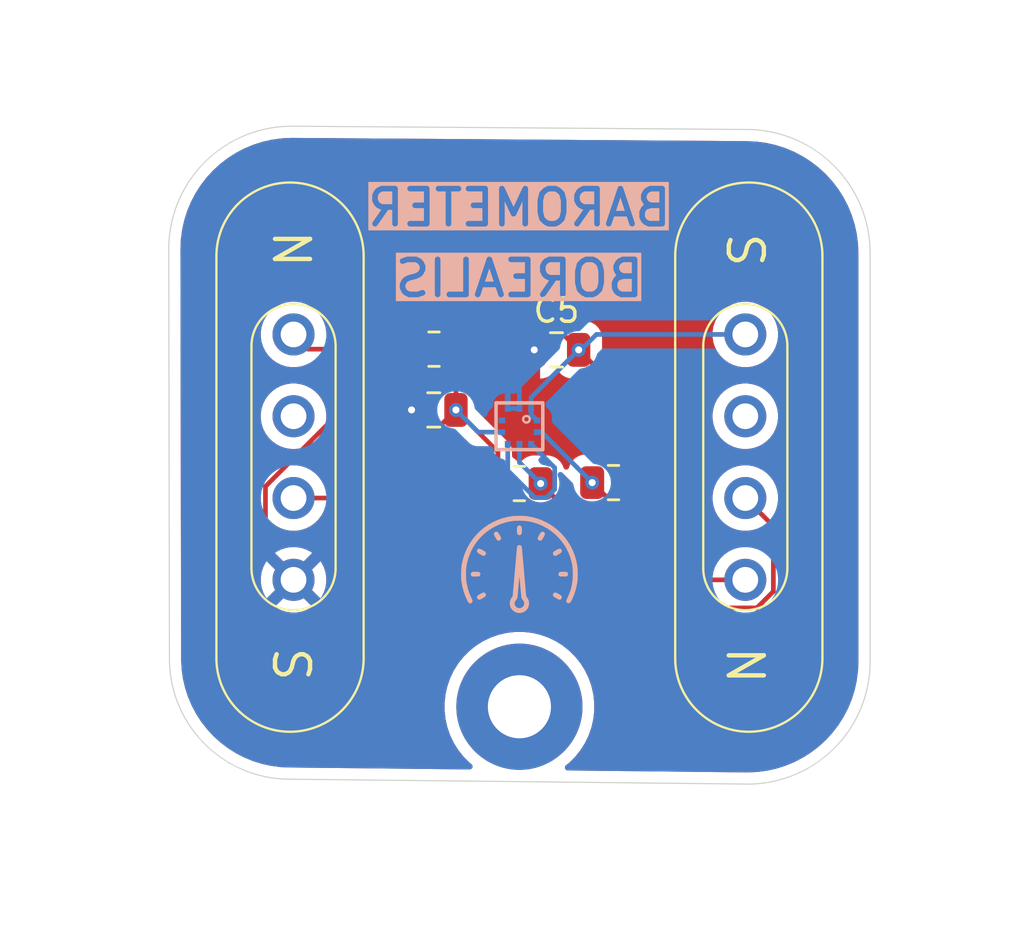
<source format=kicad_pcb>
(kicad_pcb (version 20241229) (generator "pcbnew") (generator_version "9.0")
  (layers (0 "F.Cu" signal) (2 "B.Cu" signal) (13 "F.Paste" user) (15 "B.Paste" user) (5 "F.SilkS" user "F.Silkscreen") (7 "B.SilkS" user "B.Silkscreen") (1 "F.Mask" user) (3 "B.Mask" user) (25 "Edge.Cuts" user))
  (net 0 "")
  (net 1 "+3.3V")
  (net 2 "/ADC")
  (net 3 "/SDA")
  (net 4 "/SCL")
  (net 5 "GND")
  (net 6 "+5V")
  (net 8 "/ID")
  (footprint "Capacitor_SMD:C_0805_2012Metric" (layer "F.Cu") (at 107.85 58.76)
    (property "Reference" "C1" (hide yes))
    (property "Value" "100nF" (hide yes))
    (fp_line (start -0.261252 -0.735) (end 0.261252 -0.735) (stroke (width 0.12)) (layer "F.SilkS"))
    (fp_line (start -0.261252 0.735) (end 0.261252 0.735) (stroke (width 0.12)) (layer "F.SilkS"))
    (pad "1" smd roundrect (at -0.95 0) (size 1 1.45) (layers "F.Cu" "F.Mask" "F.Paste") (net 5 "GND"))
    (pad "2" smd roundrect (at 0.95 0) (size 1 1.45) (layers "F.Cu" "F.Mask" "F.Paste") (net 1 "+3.3V"))
  )
  (footprint "batteryholder:MAGNETIC POGO CONN." (layer "F.Cu") (at 121.18 60.78 -90)
    (property "Reference" "U1" (hide yes))
    (property "Value" "MAGNETIC POGO CONN." (hide yes))
    (fp_line (start -8.6 3) (end 8.6 3) (stroke (width 0.1)) (layer "F.SilkS"))
    (fp_line (start -4.75 1.8) (end 4.75 1.8) (stroke (width 0.1)) (layer "F.SilkS"))
    (fp_line (start -4.75 -1.8) (end 4.75 -1.8) (stroke (width 0.1)) (layer "F.SilkS"))
    (fp_line (start -8.6 -3.3) (end 8.6 -3.3) (stroke (width 0.1)) (layer "F.SilkS"))
    (fp_arc (start -8.6 3) (mid -11.75 -0.15) (end -8.6 -3.3) (stroke (width 0.1)) (layer "F.SilkS"))
    (fp_arc (start -4.75 1.8) (mid -6.55 0) (end -4.75 -1.8) (stroke (width 0.1)) (layer "F.SilkS"))
    (fp_arc (start 4.75 -1.8) (mid 6.55 0) (end 4.75 1.8) (stroke (width 0.1)) (layer "F.SilkS"))
    (fp_arc (start 8.6 -3.3) (mid 11.75 -0.15) (end 8.6 3) (stroke (width 0.1)) (layer "F.SilkS"))
    (fp_text user "S" (at -9.7 0.9 270) (layer "F.SilkS") (effects (font (size 1.5 1.5) (thickness 0.1875)) (justify left bottom)))
    (fp_text user "N" (at 8 0.9 270) (layer "F.SilkS") (effects (font (size 1.5 1.5) (thickness 0.1875)) (justify left bottom)))
    (pad "1" thru_hole circle (at -5.25 0 270) (size 1.8 1.8) (drill 1.1) (layers "*.Cu" "*.Mask") (net 1 "+3.3V"))
    (pad "2" thru_hole circle (at -1.75 0 270) (size 1.8 1.8) (drill 1.1) (layers "*.Cu" "*.Mask") (net 2 "/ADC"))
    (pad "3" thru_hole circle (at 1.75 0 270) (size 1.8 1.8) (drill 1.1) (layers "*.Cu" "*.Mask") (net 3 "/SDA"))
    (pad "4" thru_hole circle (at 5.25 0 270) (size 1.8 1.8) (drill 1.1) (layers "*.Cu" "*.Mask") (net 4 "/SCL"))
  )
  (footprint "MountingHole:MountingHole_2.7mm_M2.5_Pad" (layer "F.Cu") (at 111.515 71.46)
    (property "Reference" "H1" (hide yes))
    (property "Value" "MountingHole" (hide yes))
    (pad "1" thru_hole circle (at 0 0) (size 5.4 5.4) (drill 2.7) (layers "*.Cu" "*.Mask"))
  )
  (footprint "Resistor_SMD:R_0805_2012Metric" (layer "F.Cu") (at 111.51 61.91 180)
    (property "Reference" "R2" (hide yes))
    (property "Value" "4.7kOhms" (hide yes))
    (fp_line (start -0.227064 0.735) (end 0.227064 0.735) (stroke (width 0.12)) (layer "F.SilkS"))
    (fp_line (start -0.227064 -0.735) (end 0.227064 -0.735) (stroke (width 0.12)) (layer "F.SilkS"))
    (pad "1" smd roundrect (at -0.9125 0 180) (size 1.025 1.4) (layers "F.Cu" "F.Mask" "F.Paste") (roundrect_rratio 0.243902) (net 3 "/SDA"))
    (pad "2" smd roundrect (at 0.9125 0 180) (size 1.025 1.4) (layers "F.Cu" "F.Mask" "F.Paste") (roundrect_rratio 0.243902) (net 1 "+3.3V"))
  )
  (footprint "batteryholder:MAGNETIC POGO CONN." (layer "F.Cu") (at 101.85 60.78 90)
    (property "Reference" "U2" (hide yes))
    (property "Value" "MAGNETIC POGO CONN." (hide yes))
    (fp_line (start -8.6 -3.3) (end 8.6 -3.3) (stroke (width 0.1)) (layer "F.SilkS"))
    (fp_line (start -4.75 -1.8) (end 4.75 -1.8) (stroke (width 0.1)) (layer "F.SilkS"))
    (fp_line (start -4.75 1.8) (end 4.75 1.8) (stroke (width 0.1)) (layer "F.SilkS"))
    (fp_line (start -8.6 3) (end 8.6 3) (stroke (width 0.1)) (layer "F.SilkS"))
    (fp_arc (start 8.6 -3.3) (mid 11.75 -0.15) (end 8.6 3) (stroke (width 0.1)) (layer "F.SilkS"))
    (fp_arc (start 4.75 -1.8) (mid 6.55 0) (end 4.75 1.8) (stroke (width 0.1)) (layer "F.SilkS"))
    (fp_arc (start -4.75 1.8) (mid -6.55 0) (end -4.75 -1.8) (stroke (width 0.1)) (layer "F.SilkS"))
    (fp_arc (start -8.6 3) (mid -11.75 -0.15) (end -8.6 -3.3) (stroke (width 0.1)) (layer "F.SilkS"))
    (fp_text user "N" (at 8 0.9 90) (layer "F.SilkS") (effects (font (size 1.5 1.5) (thickness 0.1875)) (justify left bottom)))
    (fp_text user "S" (at -9.7 0.9 90) (layer "F.SilkS") (effects (font (size 1.5 1.5) (thickness 0.1875)) (justify left bottom)))
    (pad "1" thru_hole circle (at -5.25 0 90) (size 1.8 1.8) (drill 1.1) (layers "*.Cu" "*.Mask") (net 5 "GND"))
    (pad "2" thru_hole circle (at -1.75 0 90) (size 1.8 1.8) (drill 1.1) (layers "*.Cu" "*.Mask") (net 1 "+3.3V"))
    (pad "3" thru_hole circle (at 1.75 0 90) (size 1.8 1.8) (drill 1.1) (layers "*.Cu" "*.Mask") (net 6 "+5V"))
    (pad "4" thru_hole circle (at 5.25 0 90) (size 1.8 1.8) (drill 1.1) (layers "*.Cu" "*.Mask") (net 8 "/ID"))
  )
  (footprint "Resistor_SMD:R_0805_2012Metric" (layer "F.Cu") (at 107.86 56.16 180)
    (property "Reference" "R1" (hide yes))
    (property "Value" "R")
    (fp_line (start -0.227064 0.735) (end 0.227064 0.735) (stroke (width 0.12)) (layer "F.SilkS"))
    (fp_line (start -0.227064 -0.735) (end 0.227064 -0.735) (stroke (width 0.12)) (layer "F.SilkS"))
    (pad "1" smd roundrect (at -0.9125 0 180) (size 1.025 1.4) (layers "F.Cu" "F.Mask" "F.Paste") (roundrect_rratio 0.243902) (net 1 "+3.3V"))
    (pad "2" smd roundrect (at 0.9125 0 180) (size 1.025 1.4) (layers "F.Cu" "F.Mask" "F.Paste") (roundrect_rratio 0.243902) (net 8 "/ID"))
  )
  (footprint "Resistor_SMD:R_0805_2012Metric" (layer "F.Cu") (at 115.54 61.87)
    (property "Reference" "R3" (hide yes))
    (property "Value" "4.7kOhms" (hide yes))
    (fp_line (start -0.227064 -0.735) (end 0.227064 -0.735) (stroke (width 0.12)) (layer "F.SilkS"))
    (fp_line (start -0.227064 0.735) (end 0.227064 0.735) (stroke (width 0.12)) (layer "F.SilkS"))
    (pad "1" smd roundrect (at -0.9125 0) (size 1.025 1.4) (layers "F.Cu" "F.Mask" "F.Paste") (roundrect_rratio 0.243902) (net 4 "/SCL"))
    (pad "2" smd roundrect (at 0.9125 0) (size 1.025 1.4) (layers "F.Cu" "F.Mask" "F.Paste") (roundrect_rratio 0.243902) (net 1 "+3.3V"))
  )
  (footprint "Capacitor_SMD:C_0805_2012Metric" (layer "F.Cu") (at 113.1 56.19)
    (property "Reference" "C5" (at 0 -1.68 0) (layer "F.SilkS"))
    (property "Value" "100nF" (hide yes))
    (fp_line (start -0.261252 -0.735) (end 0.261252 -0.735) (stroke (width 0.12)) (layer "F.SilkS"))
    (fp_line (start -0.261252 0.735) (end 0.261252 0.735) (stroke (width 0.12)) (layer "F.SilkS"))
    (pad "1" smd roundrect (at -0.95 0) (size 1 1.45) (layers "F.Cu" "F.Mask" "F.Paste") (net 5 "GND"))
    (pad "2" smd roundrect (at 0.95 0) (size 1 1.45) (layers "F.Cu" "F.Mask" "F.Paste") (net 1 "+3.3V"))
  )
  (footprint "Adafruit BMP390:BMP388" (layer "B.Cu") (at 111.515 59.46 90)
    (property "Reference" "BMP390" (hide yes))
    (property "Value" "~")
    (fp_line (start 1 -1) (end -1 -1) (stroke (width 0.1524)) (layer "B.SilkS"))
    (fp_line (start -1 -1) (end -1 1) (stroke (width 0.1524)) (layer "B.SilkS"))
    (fp_line (start 1 1) (end 1 -1) (stroke (width 0.1524)) (layer "B.SilkS"))
    (fp_line (start -1 1) (end 1 1) (stroke (width 0.1524)) (layer "B.SilkS"))
    (fp_circle (center 0.3 0.3) (end 0.441418 0.3) (stroke (width 0.1016)) (fill no) (layer "B.SilkS"))
    (pad "1" smd rect (at 0.25 0.75 270) (size 0.25 0.275) (layers "B.Cu" "B.Mask" "B.Paste") (net 1 "+3.3V"))
    (pad "2" smd rect (at -0.25 0.75 270) (size 0.25 0.275) (layers "B.Cu" "B.Mask" "B.Paste") (net 4 "/SCL"))
    (pad "3" smd rect (at -0.7625 0.5) (size 0.25 0.275) (layers "B.Cu" "B.Mask" "B.Paste") (net 5 "GND"))
    (pad "4" smd rect (at -0.7625 0) (size 0.25 0.275) (layers "B.Cu" "B.Mask" "B.Paste") (net 3 "/SDA"))
    (pad "5" smd rect (at -0.7625 -0.5) (size 0.25 0.275) (layers "B.Cu" "B.Mask" "B.Paste") (net 5 "GND"))
    (pad "6" smd rect (at -0.25 -0.75 270) (size 0.25 0.275) (layers "B.Cu" "B.Mask" "B.Paste") (net 1 "+3.3V"))
    (pad "7" smd rect (at 0.25 -0.75 270) (size 0.25 0.275) (layers "B.Cu" "B.Mask" "B.Paste"))
    (pad "8" smd rect (at 0.7625 -0.5) (size 0.25 0.275) (layers "B.Cu" "B.Mask" "B.Paste") (net 5 "GND"))
    (pad "9" smd rect (at 0.7625 0) (size 0.25 0.275) (layers "B.Cu" "B.Mask" "B.Paste") (net 5 "GND"))
    (pad "10" smd rect (at 0.7625 0.5) (size 0.25 0.275) (layers "B.Cu" "B.Mask" "B.Paste") (net 1 "+3.3V"))
  )
  (footprint "LOGO" (layer "B.Cu") (at 111.515 65.37 180)
    (property "Reference" "G***" (hide yes))
    (property "Value" "LOGO" (hide yes))
    (fp_poly (pts (xy 1.930393 -0.313463) (xy 1.976152 -0.315829) (xy 2.009313 -0.319448) (xy 2.025315 -0.323528) (xy 2.059332 -0.350516) (xy 2.077379 -0.388664) (xy 2.080629 -0.418386) (xy 2.077362 -0.45119) (xy 2.064277 -0.476013) (xy 2.05229 -0.489213) (xy 2.023733 -0.517769) (xy 1.875692 -0.517769) (xy 1.72765 -0.517769) (xy 1.699094 -0.489213) (xy 1.676115 -0.453914) (xy 1.669359 -0.414117) (xy 1.678005 -0.374869) (xy 1.701229 -0.341223) (xy 1.726069 -0.323528) (xy 1.744861 -0.319015) (xy 1.779522 -0.315517) (xy 1.826396 -0.313298) (xy 1.875692 -0.312615)) (fill yes) (layer "B.SilkS"))
    (fp_poly (pts (xy -1.820992 -0.313463) (xy -1.775233 -0.315829) (xy -1.742071 -0.319448) (xy -1.72607 -0.323528) (xy -1.692052 -0.350516) (xy -1.674005 -0.388664) (xy -1.670756 -0.418386) (xy -1.674022 -0.45119) (xy -1.687107 -0.476013) (xy -1.699095 -0.489213) (xy -1.727651 -0.517769) (xy -1.875693 -0.517769) (xy -2.023734 -0.517769) (xy -2.05229 -0.489213) (xy -2.075269 -0.453914) (xy -2.082025 -0.414117) (xy -2.07338 -0.374869) (xy -2.050155 -0.341223) (xy -2.025316 -0.323528) (xy -2.006523 -0.319015) (xy -1.971862 -0.315517) (xy -1.924989 -0.313298) (xy -1.875693 -0.312615)) (fill yes) (layer "B.SilkS"))
    (fp_poly (pts (xy 1.556143 -1.206805) (xy 1.592308 -1.220763) (xy 1.635562 -1.241076) (xy 1.68144 -1.265327) (xy 1.725476 -1.291102) (xy 1.763204 -1.315984) (xy 1.790159 -1.33756) (xy 1.797531 -1.345479) (xy 1.815431 -1.381369) (xy 1.817035 -1.4183) (xy 1.805109 -1.453022) (xy 1.782418 -1.482286) (xy 1.751728 -1.502842) (xy 1.715804 -1.511439) (xy 1.677412 -1.504829) (xy 1.666319 -1.499661) (xy 1.601153 -1.463543) (xy 1.544544 -1.430127) (xy 1.498709 -1.400836) (xy 1.465867 -1.377093) (xy 1.448235 -1.360319) (xy 1.447593 -1.35939) (xy 1.43691 -1.333148) (xy 1.431728 -1.300902) (xy 1.431636 -1.296634) (xy 1.440569 -1.25811) (xy 1.46458 -1.226858) (xy 1.49949 -1.206853) (xy 1.531533 -1.201615)) (fill yes) (layer "B.SilkS"))
    (fp_poly (pts (xy 1.043444 1.385768) (xy 1.072494 1.359676) (xy 1.08947 1.323982) (xy 1.090982 1.283548) (xy 1.083512 1.260841) (xy 1.06785 1.226917) (xy 1.046489 1.186084) (xy 1.021922 1.142647) (xy 0.996645 1.100915) (xy 0.97315 1.065193) (xy 0.953932 1.039789) (xy 0.944469 1.030527) (xy 0.910213 1.017231) (xy 0.870435 1.017203) (xy 0.833319 1.029783) (xy 0.818186 1.040714) (xy 0.795668 1.066248) (xy 0.78417 1.093071) (xy 0.783978 1.124215) (xy 0.795379 1.16271) (xy 0.818658 1.211588) (xy 0.837537 1.245577) (xy 0.868961 1.299045) (xy 0.893798 1.337746) (xy 0.914281 1.364347) (xy 0.932646 1.381513) (xy 0.951127 1.391911) (xy 0.963779 1.396171) (xy 1.005984 1.399015)) (fill yes) (layer "B.SilkS"))
    (fp_poly (pts (xy -0.963779 1.396171) (xy -0.944084 1.388658) (xy -0.925908 1.376049) (xy -0.907015 1.355678) (xy -0.88517 1.324879) (xy -0.85814 1.280986) (xy -0.837537 1.245577) (xy -0.807297 1.189356) (xy -0.789101 1.14526) (xy -0.782661 1.110259) (xy -0.787692 1.081322) (xy -0.803907 1.055417) (xy -0.818187 1.040714) (xy -0.850853 1.022019) (xy -0.890309 1.0156) (xy -0.928375 1.022115) (xy -0.94447 1.030527) (xy -0.959282 1.0463) (xy -0.980092 1.075362) (xy -1.004406 1.113407) (xy -1.029729 1.156129) (xy -1.053569 1.199219) (xy -1.073431 1.238371) (xy -1.086821 1.269279) (xy -1.090983 1.283548) (xy -1.089104 1.325423) (xy -1.071621 1.360822) (xy -1.042197 1.386501) (xy -1.004498 1.399215)) (fill yes) (layer "B.SilkS"))
    (fp_poly (pts (xy 1.761128 0.667508) (xy 1.787039 0.647319) (xy 1.797805 0.632296) (xy 1.814327 0.597011) (xy 1.817726 0.564602) (xy 1.80694 0.533392) (xy 1.780907 0.501709) (xy 1.738567 0.467876) (xy 1.678857 0.43022) (xy 1.664527 0.421962) (xy 1.612718 0.393674) (xy 1.573366 0.375636) (xy 1.542891 0.366931) (xy 1.517715 0.366646) (xy 1.494261 0.373864) (xy 1.488058 0.37683) (xy 1.454882 0.403555) (xy 1.43557 0.440393) (xy 1.432541 0.481977) (xy 1.435103 0.494337) (xy 1.440486 0.511466) (xy 1.447755 0.525564) (xy 1.459701 0.539033) (xy 1.479114 0.554274) (xy 1.508784 0.573689) (xy 1.551502 0.59968) (xy 1.571095 0.611398) (xy 1.634796 0.646253) (xy 1.686624 0.667124) (xy 1.728196 0.674159)) (fill yes) (layer "B.SilkS"))
    (fp_poly (pts (xy -1.491033 -1.210111) (xy -1.458176 -1.23295) (xy -1.437144 -1.266155) (xy -1.431637 -1.296634) (xy -1.435745 -1.328606) (xy -1.445806 -1.356437) (xy -1.447521 -1.359279) (xy -1.463154 -1.374628) (xy -1.492123 -1.395977) (xy -1.530174 -1.420832) (xy -1.573048 -1.446696) (xy -1.61649 -1.471072) (xy -1.656243 -1.491463) (xy -1.688051 -1.505374) (xy -1.704731 -1.510135) (xy -1.733328 -1.510015) (xy -1.75467 -1.505111) (xy -1.786838 -1.481892) (xy -1.80791 -1.447733) (xy -1.816361 -1.408321) (xy -1.810663 -1.369342) (xy -1.797532 -1.345479) (xy -1.776819 -1.326156) (xy -1.743342 -1.302449) (xy -1.701567 -1.276774) (xy -1.655959 -1.251545) (xy -1.610983 -1.229178) (xy -1.571106 -1.212088) (xy -1.540793 -1.202691) (xy -1.531534 -1.201615)) (fill yes) (layer "B.SilkS"))
    (fp_poly (pts (xy -1.708466 0.67234) (xy -1.661937 0.658364) (xy -1.604339 0.630477) (xy -1.571095 0.611398) (xy -1.522864 0.582377) (xy -1.488709 0.560817) (xy -1.46584 0.544317) (xy -1.451467 0.530475) (xy -1.442798 0.516888) (xy -1.437045 0.501156) (xy -1.435104 0.494337) (xy -1.43277 0.452155) (xy -1.447587 0.413636) (xy -1.477215 0.383823) (xy -1.489597 0.376871) (xy -1.519732 0.364953) (xy -1.54367 0.363485) (xy -1.571333 0.371872) (xy -1.571571 0.371967) (xy -1.60028 0.385553) (xy -1.637498 0.406054) (xy -1.678838 0.430704) (xy -1.719913 0.456734) (xy -1.756338 0.481376) (xy -1.783726 0.501863) (xy -1.796687 0.514021) (xy -1.814059 0.550922) (xy -1.813886 0.592555) (xy -1.797805 0.632296) (xy -1.774783 0.659157) (xy -1.745542 0.672555)) (fill yes) (layer "B.SilkS"))
    (fp_poly (pts (xy 0.016096 1.666599) (xy 0.040289 1.656935) (xy 0.044172 1.65513) (xy 0.068696 1.639725) (xy 0.086269 1.61836) (xy 0.097889 1.587977) (xy 0.104554 1.545517) (xy 0.107262 1.48792) (xy 0.107461 1.461153) (xy 0.105983 1.395754) (xy 0.100977 1.346782) (xy 0.091582 1.311309) (xy 0.076939 1.286407) (xy 0.056188 1.269148) (xy 0.0501 1.265765) (xy 0.00972 1.25202) (xy -0.027902 1.256066) (xy -0.054897 1.269117) (xy -0.075471 1.285511) (xy -0.09015 1.307759) (xy -0.099788 1.339004) (xy -0.105237 1.382394) (xy -0.107351 1.441072) (xy -0.107462 1.462924) (xy -0.105957 1.526898) (xy -0.100769 1.574583) (xy -0.090888 1.609044) (xy -0.075305 1.633349) (xy -0.053011 1.650561) (xy -0.044173 1.65513) (xy -0.019553 1.665393) (xy -0.001594 1.670433) (xy 0 1.670539)) (fill yes) (layer "B.SilkS"))
    (fp_poly (pts (xy 0.041318 0.820896) (xy 0.072565 0.801826) (xy 0.095052 0.771171) (xy 0.103448 0.742462) (xy 0.104977 0.728226) (xy 0.108085 0.695844) (xy 0.112653 0.646635) (xy 0.118562 0.58192) (xy 0.125695 0.503016) (xy 0.133933 0.411243) (xy 0.143159 0.307921) (xy 0.153254 0.194367) (xy 0.1641 0.071903) (xy 0.17558 -0.058154) (xy 0.187574 -0.194485) (xy 0.19925 -0.327595) (xy 0.289975 -1.363459) (xy 0.324326 -1.408462) (xy 0.36786 -1.47505) (xy 0.396058 -1.542743) (xy 0.410051 -1.604676) (xy 0.414526 -1.692346) (xy 0.400859 -1.776589) (xy 0.370409 -1.855194) (xy 0.324536 -1.925947) (xy 0.264599 -1.986636) (xy 0.191957 -2.035048) (xy 0.12895 -2.062317) (xy 0.072146 -2.07531) (xy 0.006271 -2.080227) (xy -0.06042 -2.077089) (xy -0.119671 -2.065912) (xy -0.132706 -2.061739) (xy -0.213478 -2.02336) (xy -0.282603 -1.971052) (xy -0.338705 -1.907082) (xy -0.380409 -1.833717) (xy -0.406339 -1.753224) (xy -0.415064 -1.66841) (xy -0.20494 -1.66841) (xy -0.196513 -1.728063) (xy -0.172524 -1.77961) (xy -0.13588 -1.821315) (xy -0.08949 -1.851444) (xy -0.036261 -1.868262) (xy 0.020899 -1.870034) (xy 0.079082 -1.855025) (xy 0.095281 -1.847518) (xy 0.1462 -1.811844) (xy 0.181455 -1.766715) (xy 0.200753 -1.714737) (xy 0.203802 -1.658514) (xy 0.190311 -1.600652) (xy 0.159986 -1.543755) (xy 0.133064 -1.510599) (xy 0.110296 -1.481252) (xy 0.092941 -1.450107) (xy 0.088296 -1.43733) (xy 0.085501 -1.420332) (xy 0.081333 -1.386035) (xy 0.076007 -1.336617) (xy 0.069737 -1.274254) (xy 0.062739 -1.20112) (xy 0.055226 -1.119393) (xy 0.047415 -1.031249) (xy 0.042114 -0.969596) (xy 0.034383 -0.879955) (xy 0.026967 -0.796598) (xy 0.020057 -0.72148) (xy 0.013842 -0.656559) (xy 0.008514 -0.60379) (xy 0.004264 -0.56513) (xy 0.001281 -0.542535) (xy 0 -0.537307) (xy -0.001919 -0.546718) (xy -0.005247 -0.573645) (xy -0.009794 -0.616132) (xy -0.015369 -0.672223) (xy -0.021781 -0.739962) (xy -0.02884 -0.817393) (xy -0.036356 -0.902558) (xy -0.042114 -0.969596) (xy -0.050006 -1.060826) (xy -0.057742 -1.147099) (xy -0.065109 -1.226239) (xy -0.071892 -1.296069) (xy -0.077875 -1.354413) (xy -0.082844 -1.399096) (xy -0.086584 -1.427941) (xy -0.088297 -1.43733) (xy -0.100815 -1.465734) (xy -0.121719 -1.497206) (xy -0.133065 -1.510599) (xy -0.174082 -1.565223) (xy -0.198424 -1.622259) (xy -0.20494 -1.66841) (xy -0.415064 -1.66841) (xy -0.41512 -1.667869) (xy -0.410052 -1.604676) (xy -0.392114 -1.530563) (xy -0.361477 -1.463588) (xy -0.324327 -1.408462) (xy -0.289976 -1.363459) (xy -0.199251 -0.327595) (xy -0.186879 -0.186558) (xy -0.174911 -0.05055) (xy -0.163464 0.079109) (xy -0.152657 0.201101) (xy -0.142609 0.314106) (xy -0.133436 0.416804) (xy -0.125258 0.507878) (xy -0.118191 0.586008) (xy -0.112356 0.649874) (xy -0.107868 0.698157) (xy -0.104847 0.729539) (xy -0.103448 0.742462) (xy -0.089632 0.78132) (xy -0.064165 0.808592) (xy -0.03113 0.824279) (xy 0.005392 0.82838)) (fill yes) (layer "B.SilkS"))
    (fp_poly (pts (xy 0.081891 2.079539) (xy 0.181354 2.075908) (xy 0.270067 2.069454) (xy 0.303137 2.065845) (xy 0.519403 2.029533) (xy 0.729926 1.974911) (xy 0.933717 1.902622) (xy 1.129786 1.813309) (xy 1.317145 1.707612) (xy 1.494802 1.586175) (xy 1.66177 1.44964) (xy 1.817057 1.298649) (xy 1.959675 1.133844) (xy 2.088634 0.955868) (xy 2.141114 0.873023) (xy 2.245941 0.681536) (xy 2.333685 0.480873) (xy 2.404052 0.271855) (xy 2.456747 0.055301) (xy 2.4776 -0.0635) (xy 2.484448 -0.121931) (xy 2.489778 -0.194748) (xy 2.493553 -0.277574) (xy 2.495737 -0.366032) (xy 2.49629 -0.455746) (xy 2.495175 -0.542339) (xy 2.492354 -0.621434) (xy 2.487791 -0.688655) (xy 2.483324 -0.727807) (xy 2.443749 -0.945838) (xy 2.389538 -1.152291) (xy 2.320062 -1.349208) (xy 2.234697 -1.538629) (xy 2.233953 -1.540111) (xy 2.207211 -1.590847) (xy 2.184838 -1.626066) (xy 2.16406 -1.648434) (xy 2.142104 -1.660619) (xy 2.116196 -1.665291) (xy 2.103442 -1.665653) (xy 2.072366 -1.663109) (xy 2.050363 -1.652494) (xy 2.031198 -1.633749) (xy 2.014666 -1.611856) (xy 2.005689 -1.589253) (xy 2.004682 -1.562822) (xy 2.012059 -1.529445) (xy 2.028232 -1.486006) (xy 2.053617 -1.429386) (xy 2.060172 -1.415498) (xy 2.11372 -1.296599) (xy 2.157993 -1.183708) (xy 2.194835 -1.070974) (xy 2.226087 -0.952549) (xy 2.253594 -0.822582) (xy 2.262947 -0.771769) (xy 2.269515 -0.722986) (xy 2.275009 -0.659045) (xy 2.279329 -0.584303) (xy 2.282377 -0.503114) (xy 2.284054 -0.419836) (xy 2.284261 -0.338824) (xy 2.2829 -0.264434) (xy 2.279871 -0.201022) (xy 2.276697 -0.165419) (xy 2.243162 0.042313) (xy 2.19178 0.243569) (xy 2.123341 0.437441) (xy 2.038634 0.623024) (xy 1.93845 0.79941) (xy 1.823577 0.965694) (xy 1.694804 1.120968) (xy 1.552923 1.264327) (xy 1.398721 1.394864) (xy 1.232988 1.511673) (xy 1.056515 1.613847) (xy 0.870089 1.70048) (xy 0.674502 1.770665) (xy 0.56313 1.801973) (xy 0.45825 1.826822) (xy 0.362205 1.845248) (xy 0.268813 1.857995) (xy 0.171894 1.865811) (xy 0.065266 1.86944) (xy 0 1.869923) (xy -0.199375 1.862579) (xy -0.388932 1.840038) (xy -0.572024 1.801534) (xy -0.752004 1.746301) (xy -0.932225 1.673573) (xy -1.001347 1.64125) (xy -1.180472 1.543838) (xy -1.350334 1.430206) (xy -1.509688 1.301718) (xy -1.657291 1.159737) (xy -1.791899 1.005627) (xy -1.912267 0.840753) (xy -2.017151 0.666478) (xy -2.105306 0.484166) (xy -2.142988 0.389708) (xy -2.192757 0.24432) (xy -2.230885 0.105855) (xy -2.258177 -0.03067) (xy -2.275438 -0.170244) (xy -2.283474 -0.317851) (xy -2.2831 -0.478035) (xy -2.274068 -0.649794) (xy -2.255384 -0.808777) (xy -2.225905 -0.9598) (xy -2.184484 -1.107677) (xy -2.129978 -1.257221) (xy -2.061241 -1.413247) (xy -2.060173 -1.415498) (xy -2.032685 -1.47562) (xy -2.014568 -1.521852) (xy -2.005395 -1.557203) (xy -2.004737 -1.584685) (xy -2.012165 -1.60731) (xy -2.027251 -1.628088) (xy -2.029558 -1.630604) (xy -2.065723 -1.657821) (xy -2.105135 -1.665826) (xy -2.147283 -1.654518) (xy -2.149231 -1.653556) (xy -2.168601 -1.639873) (xy -2.188838 -1.617034) (xy -2.210986 -1.58323) (xy -2.236091 -1.536655) (xy -2.265198 -1.475502) (xy -2.299354 -1.397962) (xy -2.305808 -1.382857) (xy -2.369926 -1.214634) (xy -2.421959 -1.038746) (xy -2.462974 -0.851347) (xy -2.478157 -0.762) (xy -2.486169 -0.694481) (xy -2.49192 -0.61226) (xy -2.495414 -0.52004) (xy -2.496654 -0.422526) (xy -2.495644 -0.324422) (xy -2.492387 -0.230431) (xy -2.486885 -0.145258) (xy -2.479143 -0.073607) (xy -2.477664 -0.0635) (xy -2.434307 0.156967) (xy -2.373064 0.370283) (xy -2.294418 0.575642) (xy -2.198854 0.772235) (xy -2.086854 0.959254) (xy -1.958903 1.135892) (xy -1.815484 1.301341) (xy -1.65708 1.454794) (xy -1.484923 1.594884) (xy -1.314002 1.710489) (xy -1.13078 1.812434) (xy -0.937878 1.899676) (xy -0.737914 1.971171) (xy -0.533509 2.025875) (xy -0.327282 2.062743) (xy -0.303138 2.065845) (xy -0.220839 2.073502) (xy -0.125223 2.078336) (xy -0.022307 2.080349)) (fill yes) (layer "B.SilkS"))
  )
  (gr_line (start 101.699398 74.560341) (end 121.28 74.77) (stroke (width 0.05)) (layer "Edge.Cuts"))
  (gr_arc (start 126.52 69.53) (mid 124.98524 73.23524) (end 121.28 74.77) (stroke (width 0.05)) (layer "Edge.Cuts"))
  (gr_line (start 96.51 51.88) (end 96.540001 69.47) (stroke (width 0.05)) (layer "Edge.Cuts"))
  (gr_arc (start 96.51 51.88) (mid 98.050618 48.160618) (end 101.77 46.62) (stroke (width 0.05)) (layer "Edge.Cuts"))
  (gr_line (start 121.23 46.76) (end 101.77 46.62) (stroke (width 0.05)) (layer "Edge.Cuts"))
  (gr_arc (start 101.699398 74.560341) (mid 98.072772 73.076301) (end 96.54 69.47) (stroke (width 0.05)) (layer "Edge.Cuts"))
  (gr_arc (start 121.23 46.76) (mid 124.970595 48.309405) (end 126.52 52.05) (stroke (width 0.05)) (layer "Edge.Cuts"))
  (gr_line (start 126.52 69.53) (end 126.52 52.05) (stroke (width 0.05)) (layer "Edge.Cuts"))
  (gr_text "BAROMETER" (at 111.515 50.11 0) (layer "B.SilkS" knockout) (effects (font (size 1.5 1.5) (thickness 0.24) (bold yes)) (justify mirror)))
  (gr_text "BOREALIS" (at 111.515 52.26 0) (layer "B.SilkS" knockout) (effects (font (size 1.5 1.5) (thickness 0.24) (bold yes)) (justify top mirror)))
  (segment (start 113.024 55.164) (end 114.05 56.19) (width 0.2) (layer "F.Cu") (net 1))
  (segment (start 108.8 56.1875) (end 108.7725 56.16) (width 0.2) (layer "F.Cu") (net 1))
  (segment (start 110.5975 60.5575) (end 108.8 58.76) (width 0.2) (layer "F.Cu") (net 1))
  (segment (start 109.7685 55.164) (end 113.024 55.164) (width 0.2) (layer "F.Cu") (net 1))
  (segment (start 116.4525 61.87) (end 116.4525 58.5925) (width 0.2) (layer "F.Cu") (net 1))
  (segment (start 116.4525 58.5925) (end 114.05 56.19) (width 0.2) (layer "F.Cu") (net 1))
  (segment (start 101.85 62.53) (end 105.03 62.53) (width 0.2) (layer "F.Cu") (net 1))
  (segment (start 105.03 62.53) (end 108.8 58.76) (width 0.2) (layer "F.Cu") (net 1))
  (segment (start 108.7725 56.16) (end 109.7685 55.164) (width 0.2) (layer "F.Cu") (net 1))
  (segment (start 110.5975 61.91) (end 110.5975 60.5575) (width 0.2) (layer "F.Cu") (net 1))
  (segment (start 108.8 58.76) (end 108.8 56.1875) (width 0.2) (layer "F.Cu") (net 1))
  (via blind (at 114.05 56.19) (size 0.6) (drill 0.3) (layers "F.Cu" "B.Cu") (net 1))
  (via blind (at 108.8 58.76) (size 0.6) (drill 0.3) (layers "F.Cu" "B.Cu") (net 1))
  (segment (start 112.015 58.96) (end 112.265 59.21) (width 0.2) (layer "B.Cu") (net 1))
  (segment (start 114.15 56.19) (end 114.81 55.53) (width 0.2) (layer "B.Cu") (net 1))
  (segment (start 112.015 58.6975) (end 112.015 59.062) (width 0.2) (layer "B.Cu") (net 1))
  (segment (start 114.05 56.19) (end 114.15 56.19) (width 0.2) (layer "B.Cu") (net 1))
  (segment (start 112.015 58.6975) (end 112.015 58.96) (width 0.2) (layer "B.Cu") (net 1))
  (segment (start 109.75 59.71) (end 108.8 58.76) (width 0.2) (layer "B.Cu") (net 1))
  (segment (start 112.015 58.225) (end 114.05 56.19) (width 0.2) (layer "B.Cu") (net 1))
  (segment (start 114.81 55.53) (end 121.18 55.53) (width 0.2) (layer "B.Cu") (net 1))
  (segment (start 112.015 58.6975) (end 112.015 58.225) (width 0.2) (layer "B.Cu") (net 1))
  (segment (start 110.765 59.71) (end 109.75 59.71) (width 0.2) (layer "B.Cu") (net 1))
  (segment (start 117.7435 67.231) (end 121.677471 67.231) (width 0.2) (layer "F.Cu") (net 3))
  (segment (start 122.381 63.731) (end 121.18 62.53) (width 0.2) (layer "F.Cu") (net 3))
  (segment (start 112.4225 61.91) (end 117.7435 67.231) (width 0.2) (layer "F.Cu") (net 3))
  (segment (start 122.381 66.527471) (end 122.381 63.731) (width 0.2) (layer "F.Cu") (net 3))
  (segment (start 121.677471 67.231) (end 122.381 66.527471) (width 0.2) (layer "F.Cu") (net 3))
  (via blind (at 112.4225 61.91) (size 0.6) (drill 0.3) (layers "F.Cu" "B.Cu") (net 3))
  (segment (start 111.515 60.2225) (end 111.515 61.0025) (width 0.2) (layer "B.Cu") (net 3))
  (segment (start 111.515 61.0025) (end 112.4225 61.91) (width 0.2) (layer "B.Cu") (net 3))
  (segment (start 114.6275 61.87) (end 118.7875 66.03) (width 0.2) (layer "F.Cu") (net 4))
  (segment (start 118.7875 66.03) (end 121.18 66.03) (width 0.2) (layer "F.Cu") (net 4))
  (via blind (at 114.6275 61.87) (size 0.6) (drill 0.3) (layers "F.Cu" "B.Cu") (net 4))
  (segment (start 112.4675 59.71) (end 114.6275 61.87) (width 0.2) (layer "B.Cu") (net 4))
  (segment (start 112.265 59.71) (end 112.4675 59.71) (width 0.2) (layer "B.Cu") (net 4))
  (segment (start 103.921529 58.76) (end 100.649 62.032529) (width 0.2) (layer "F.Cu") (net 5))
  (segment (start 100.649 64.829) (end 101.85 66.03) (width 0.2) (layer "F.Cu") (net 5))
  (segment (start 100.649 62.032529) (end 100.649 64.829) (width 0.2) (layer "F.Cu") (net 5))
  (segment (start 106.9 58.76) (end 103.921529 58.76) (width 0.2) (layer "F.Cu") (net 5))
  (via blind (at 106.9 58.76) (size 0.6) (drill 0.3) (layers "F.Cu" "B.Cu") (net 5))
  (via blind (at 112.15 56.19) (size 0.6) (drill 0.3) (layers "F.Cu" "B.Cu") (net 5))
  (segment (start 112.015 60.2225) (end 113.0235 61.231) (width 0.2) (layer "B.Cu") (net 5))
  (segment (start 112.15 56.19) (end 109.47 56.19) (width 0.2) (layer "B.Cu") (net 5))
  (segment (start 101.85 66.03) (end 106.186279 61.693721) (width 0.2) (layer "B.Cu") (net 5))
  (segment (start 111.015 61.352443) (end 111.015 60.2225) (width 0.2) (layer "B.Cu") (net 5))
  (segment (start 113.0235 61.231) (end 113.0235 62.158943) (width 0.2) (layer "B.Cu") (net 5))
  (segment (start 106.186279 61.693721) (end 111.356279 61.693721) (width 0.2) (layer "B.Cu") (net 5))
  (segment (start 112.671443 62.511) (end 112.173557 62.511) (width 0.2) (layer "B.Cu") (net 5))
  (segment (start 111.356279 61.693721) (end 111.015 61.352443) (width 0.2) (layer "B.Cu") (net 5))
  (segment (start 111.515 56.825) (end 112.15 56.19) (width 0.2) (layer "B.Cu") (net 5))
  (segment (start 111.515 58.6975) (end 111.515 56.825) (width 0.2) (layer "B.Cu") (net 5))
  (segment (start 111.015 58.6975) (end 111.515 58.6975) (width 0.2) (layer "B.Cu") (net 5))
  (segment (start 112.173557 62.511) (end 111.356279 61.693721) (width 0.2) (layer "B.Cu") (net 5))
  (segment (start 109.47 56.19) (end 106.9 58.76) (width 0.2) (layer "B.Cu") (net 5))
  (segment (start 113.0235 62.158943) (end 112.671443 62.511) (width 0.2) (layer "B.Cu") (net 5))
  (segment (start 106.9475 56.16) (end 102.48 56.16) (width 0.2) (layer "F.Cu") (net 8))
  (segment (start 102.48 56.16) (end 101.85 55.53) (width 0.2) (layer "F.Cu") (net 8))
  (zone (net 5) (net_name "GND") (layers "F.Cu" "B.Cu") (connect_pads (clearance 0.5)) (min_thickness 0.25) (fill yes (thermal_gap 0.5) (thermal_bridge_width 0.5))
    (polygon (pts (xy 89.29 43.38) (xy 133.11 41.22) (xy 132.68 80.8) (xy 89.8 78.36)))
  )
)
</source>
